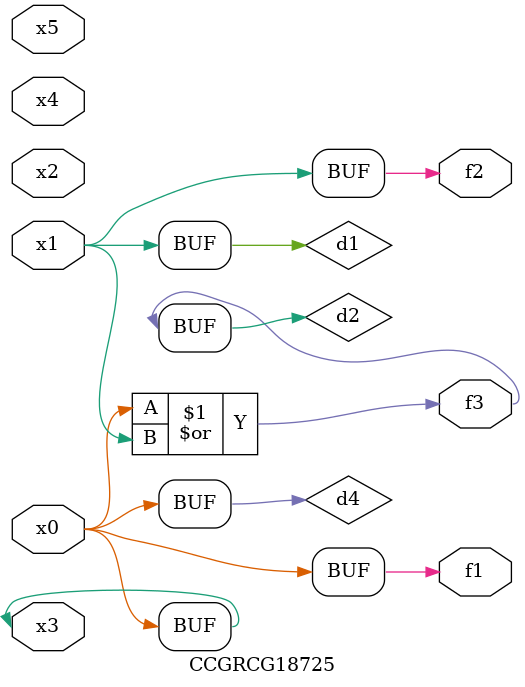
<source format=v>
module CCGRCG18725(
	input x0, x1, x2, x3, x4, x5,
	output f1, f2, f3
);

	wire d1, d2, d3, d4;

	and (d1, x1);
	or (d2, x0, x1);
	nand (d3, x0, x5);
	buf (d4, x0, x3);
	assign f1 = d4;
	assign f2 = d1;
	assign f3 = d2;
endmodule

</source>
